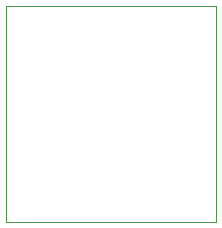
<source format=gbr>
%TF.GenerationSoftware,KiCad,Pcbnew,7.0.8*%
%TF.CreationDate,2024-11-10T19:07:09+09:00*%
%TF.ProjectId,Ni-MH_3.3V-Module,4e692d4d-485f-4332-9e33-562d4d6f6475,rev?*%
%TF.SameCoordinates,Original*%
%TF.FileFunction,Profile,NP*%
%FSLAX46Y46*%
G04 Gerber Fmt 4.6, Leading zero omitted, Abs format (unit mm)*
G04 Created by KiCad (PCBNEW 7.0.8) date 2024-11-10 19:07:09*
%MOMM*%
%LPD*%
G01*
G04 APERTURE LIST*
%TA.AperFunction,Profile*%
%ADD10C,0.100000*%
%TD*%
G04 APERTURE END LIST*
D10*
X0Y0D02*
X17780000Y0D01*
X17780000Y-18288000D01*
X0Y-18288000D01*
X0Y0D01*
M02*

</source>
